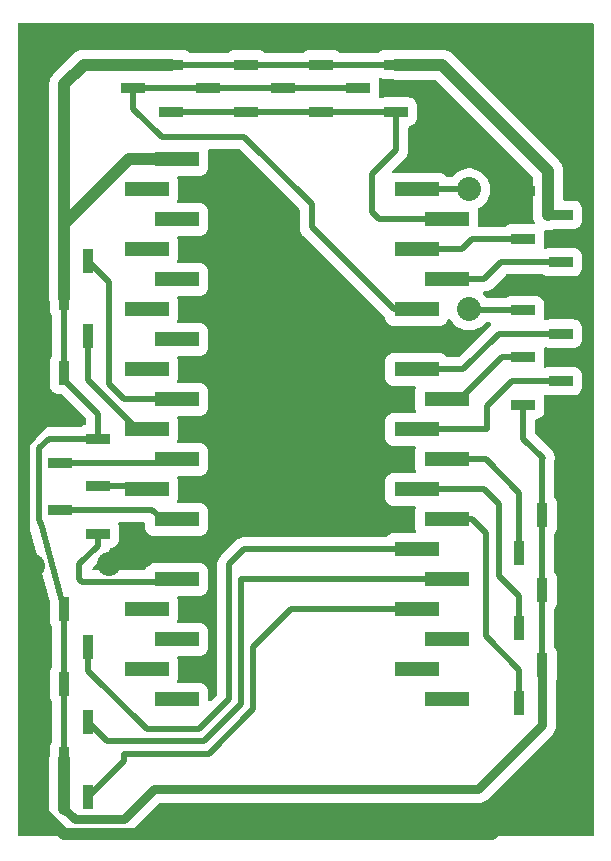
<source format=gbr>
%TF.GenerationSoftware,KiCad,Pcbnew,9.0.5*%
%TF.CreationDate,2025-12-13T17:10:17-05:00*%
%TF.ProjectId,esp32_breakout,65737033-325f-4627-9265-616b6f75742e,rev?*%
%TF.SameCoordinates,Original*%
%TF.FileFunction,Copper,L1,Top*%
%TF.FilePolarity,Positive*%
%FSLAX46Y46*%
G04 Gerber Fmt 4.6, Leading zero omitted, Abs format (unit mm)*
G04 Created by KiCad (PCBNEW 9.0.5) date 2025-12-13 17:10:17*
%MOMM*%
%LPD*%
G01*
G04 APERTURE LIST*
%TA.AperFunction,SMDPad,CuDef*%
%ADD10R,0.900000X2.000000*%
%TD*%
%TA.AperFunction,SMDPad,CuDef*%
%ADD11R,3.810000X1.270000*%
%TD*%
%TA.AperFunction,SMDPad,CuDef*%
%ADD12R,2.000000X0.900000*%
%TD*%
%TA.AperFunction,ViaPad*%
%ADD13C,2.032000*%
%TD*%
%TA.AperFunction,ViaPad*%
%ADD14C,1.524000*%
%TD*%
%TA.AperFunction,Conductor*%
%ADD15C,0.762000*%
%TD*%
%TA.AperFunction,Conductor*%
%ADD16C,1.016000*%
%TD*%
%TA.AperFunction,Conductor*%
%ADD17C,0.508000*%
%TD*%
%TA.AperFunction,Conductor*%
%ADD18C,0.889000*%
%TD*%
G04 APERTURE END LIST*
D10*
%TO.P,A4,1,Pin_1*%
%TO.N,ADC4*%
X6445000Y-66040000D03*
%TO.P,A4,2,Pin_2*%
%TO.N,3V3*%
X4445000Y-62840000D03*
%TO.P,A4,3,Pin_3*%
%TO.N,GND*%
X2445000Y-66040000D03*
%TD*%
%TO.P,A3,1,Pin_1*%
%TO.N,ADC3*%
X6445000Y-59690000D03*
%TO.P,A3,2,Pin_2*%
%TO.N,3V3*%
X4445000Y-56490000D03*
%TO.P,A3,3,Pin_3*%
%TO.N,GND*%
X2445000Y-59690000D03*
%TD*%
%TO.P,A2,1,Pin_1*%
%TO.N,ADC2*%
X6445000Y-53340000D03*
%TO.P,A2,2,Pin_2*%
%TO.N,3V3*%
X4445000Y-50140000D03*
%TO.P,A2,3,Pin_3*%
%TO.N,GND*%
X2445000Y-53340000D03*
%TD*%
D11*
%TO.P,U1,J2-1,3V3*%
%TO.N,3V3*%
X13970000Y-12065000D03*
%TO.P,U1,J2-2,EN*%
%TO.N,unconnected-(U1-EN-PadJ2-2)*%
X11430000Y-14605000D03*
%TO.P,U1,J2-3,SENSOR_VP*%
%TO.N,unconnected-(U1-SENSOR_VP-PadJ2-3)*%
X13970000Y-17145000D03*
%TO.P,U1,J2-4,SENSOR_VN*%
%TO.N,unconnected-(U1-SENSOR_VN-PadJ2-4)*%
X11430000Y-19685000D03*
%TO.P,U1,J2-5,IO34*%
%TO.N,unconnected-(U1-IO34-PadJ2-5)*%
X13970000Y-22225000D03*
%TO.P,U1,J2-6,IO35*%
%TO.N,unconnected-(U1-IO35-PadJ2-6)*%
X11430000Y-24765000D03*
%TO.P,U1,J2-7,IO32*%
%TO.N,unconnected-(U1-IO32-PadJ2-7)*%
X13970000Y-27305000D03*
%TO.P,U1,J2-8,IO33*%
%TO.N,unconnected-(U1-IO33-PadJ2-8)*%
X11430000Y-29845000D03*
%TO.P,U1,J2-9,IO25*%
%TO.N,DAC1*%
X13970000Y-32385000D03*
%TO.P,U1,J2-10,IO26*%
%TO.N,DAC2*%
X11430000Y-34925000D03*
%TO.P,U1,J2-11,IO27*%
%TO.N,SPI2_CS*%
X13970000Y-37465000D03*
%TO.P,U1,J2-12,IO14*%
%TO.N,SPI2_SCK*%
X11430000Y-40005000D03*
%TO.P,U1,J2-13,IO12*%
%TO.N,SPI2_MISO*%
X13970000Y-42545000D03*
%TO.P,U1,J2-14,GND1*%
%TO.N,GND*%
X11430000Y-45085000D03*
%TO.P,U1,J2-15,IO13*%
%TO.N,SPI2_MOSI*%
X13970000Y-47625000D03*
%TO.P,U1,J2-16,SD2*%
%TO.N,unconnected-(U1-SD2-PadJ2-16)*%
X11430000Y-50165000D03*
%TO.P,U1,J2-17,SD3*%
%TO.N,unconnected-(U1-SD3-PadJ2-17)*%
X13970000Y-52705000D03*
%TO.P,U1,J2-18,CMD*%
%TO.N,unconnected-(U1-CMD-PadJ2-18)*%
X11430000Y-55245000D03*
%TO.P,U1,J2-19,EXT_5V*%
%TO.N,5V*%
X13970000Y-57785000D03*
%TO.P,U1,J3-1,GND3*%
%TO.N,GND*%
X36830000Y-12065000D03*
%TO.P,U1,J3-2,IO23*%
%TO.N,SPI_MOSI*%
X34290000Y-14605000D03*
%TO.P,U1,J3-3,IO22*%
%TO.N,I2C_SCL*%
X36830000Y-17145000D03*
%TO.P,U1,J3-4,TXD0*%
%TO.N,U0_RX*%
X34290000Y-19685000D03*
%TO.P,U1,J3-5,RXD0*%
%TO.N,U0_TX*%
X36830000Y-22225000D03*
%TO.P,U1,J3-6,IO21*%
%TO.N,I2C_SDA*%
X34290000Y-24765000D03*
%TO.P,U1,J3-7,GND2*%
%TO.N,GND*%
X36830000Y-27305000D03*
%TO.P,U1,J3-8,IO19*%
%TO.N,SPI_MISO*%
X34290000Y-29845000D03*
%TO.P,U1,J3-9,IO18*%
%TO.N,SPI_SCK*%
X36830000Y-32385000D03*
%TO.P,U1,J3-10,IO5*%
%TO.N,SPI_CS*%
X34290000Y-34925000D03*
%TO.P,U1,J3-11,IO17*%
%TO.N,SIG1*%
X36830000Y-37465000D03*
%TO.P,U1,J3-12,IO16*%
%TO.N,SIG2*%
X34290000Y-40005000D03*
%TO.P,U1,J3-13,IO4*%
%TO.N,ADC1*%
X36830000Y-42545000D03*
%TO.P,U1,J3-14,IO0*%
%TO.N,ADC2*%
X34290000Y-45085000D03*
%TO.P,U1,J3-15,IO2*%
%TO.N,ADC3*%
X36830000Y-47625000D03*
%TO.P,U1,J3-16,IO15*%
%TO.N,ADC4*%
X34290000Y-50165000D03*
%TO.P,U1,J3-17,SD1*%
%TO.N,unconnected-(U1-SD1-PadJ3-17)*%
X36830000Y-52705000D03*
%TO.P,U1,J3-18,SD0*%
%TO.N,unconnected-(U1-SD0-PadJ3-18)*%
X34290000Y-55245000D03*
%TO.P,U1,J3-19,CLK*%
%TO.N,unconnected-(U1-CLK-PadJ3-19)*%
X36830000Y-57785000D03*
%TD*%
D12*
%TO.P,J16,1,Pin_1*%
%TO.N,SPI2_MOSI*%
X7315000Y-43735000D03*
%TO.P,J16,2,Pin_2*%
%TO.N,SPI2_MISO*%
X4115000Y-41735000D03*
%TO.P,J16,3,Pin_3*%
%TO.N,SPI2_SCK*%
X7315000Y-39735000D03*
%TO.P,J16,4,Pin_4*%
%TO.N,SPI2_CS*%
X4115000Y-37735000D03*
%TO.P,J16,5,Pin_5*%
%TO.N,3V3*%
X7315000Y-35735000D03*
%TO.P,J16,6,Pin_6*%
%TO.N,GND*%
X4115000Y-33735000D03*
%TD*%
D10*
%TO.P,J15,1,Pin_1*%
%TO.N,DAC2*%
X6445000Y-26975000D03*
%TO.P,J15,2,Pin_2*%
%TO.N,3V3*%
X4445000Y-30175000D03*
%TO.P,J15,3,Pin_3*%
%TO.N,GND*%
X2445000Y-26975000D03*
%TD*%
%TO.P,J14,1,Pin_1*%
%TO.N,DAC1*%
X6445000Y-20625000D03*
%TO.P,J14,2,Pin_2*%
%TO.N,3V3*%
X4445000Y-23825000D03*
%TO.P,J14,3,Pin_3*%
%TO.N,GND*%
X2445000Y-20625000D03*
%TD*%
D12*
%TO.P,J12,1,Pin_1*%
%TO.N,SPI_MOSI*%
X43334520Y-24823617D03*
%TO.P,J12,2,Pin_2*%
%TO.N,SPI_MISO*%
X46534520Y-26823617D03*
%TO.P,J12,3,Pin_3*%
%TO.N,SPI_SCK*%
X43334520Y-28823617D03*
%TO.P,J12,4,Pin_4*%
%TO.N,SPI_CS*%
X46534520Y-30823617D03*
%TO.P,J12,5,Pin_5*%
%TO.N,3V3*%
X43334520Y-32823617D03*
%TO.P,J12,6,Pin_6*%
%TO.N,GND*%
X46534520Y-34823617D03*
%TD*%
%TO.P,J10,1,Pin_1*%
%TO.N,U0_TX*%
X46534520Y-20758617D03*
%TO.P,J10,2,Pin_2*%
%TO.N,U0_RX*%
X43334520Y-18758617D03*
%TO.P,J10,3,Pin_3*%
%TO.N,3V3*%
X46534520Y-16758617D03*
%TO.P,J10,4,Pin_4*%
%TO.N,GND*%
X43334520Y-14758617D03*
%TD*%
%TO.P,I2C3,4,Pin_4*%
%TO.N,GND*%
X10315000Y-2030000D03*
%TO.P,I2C3,3,Pin_3*%
%TO.N,3V3*%
X13515000Y-4030000D03*
%TO.P,I2C3,2,Pin_2*%
%TO.N,I2C_SDA*%
X10315000Y-6030000D03*
%TO.P,I2C3,1,Pin_1*%
%TO.N,I2C_SCL*%
X13515000Y-8030000D03*
%TD*%
%TO.P,I2C4,4,Pin_4*%
%TO.N,GND*%
X16665000Y-2030000D03*
%TO.P,I2C4,3,Pin_3*%
%TO.N,3V3*%
X19865000Y-4030000D03*
%TO.P,I2C4,2,Pin_2*%
%TO.N,I2C_SDA*%
X16665000Y-6030000D03*
%TO.P,I2C4,1,Pin_1*%
%TO.N,I2C_SCL*%
X19865000Y-8030000D03*
%TD*%
%TO.P,I2C2,4,Pin_4*%
%TO.N,GND*%
X23015000Y-2030000D03*
%TO.P,I2C2,3,Pin_3*%
%TO.N,3V3*%
X26215000Y-4030000D03*
%TO.P,I2C2,2,Pin_2*%
%TO.N,I2C_SDA*%
X23015000Y-6030000D03*
%TO.P,I2C2,1,Pin_1*%
%TO.N,I2C_SCL*%
X26215000Y-8030000D03*
%TD*%
%TO.P,I2C1,4,Pin_4*%
%TO.N,GND*%
X29365000Y-2030000D03*
%TO.P,I2C1,3,Pin_3*%
%TO.N,3V3*%
X32565000Y-4030000D03*
%TO.P,I2C1,2,Pin_2*%
%TO.N,I2C_SDA*%
X29365000Y-6030000D03*
%TO.P,I2C1,1,Pin_1*%
%TO.N,I2C_SCL*%
X32565000Y-8030000D03*
%TD*%
D10*
%TO.P,A1,1,Pin_1*%
%TO.N,ADC1*%
X42934520Y-58093617D03*
%TO.P,A1,2,Pin_2*%
%TO.N,3V3*%
X44934520Y-54893617D03*
%TO.P,A1,3,Pin_3*%
%TO.N,GND*%
X46934520Y-58093617D03*
%TD*%
%TO.P,X2,1,Pin_1*%
%TO.N,SIG2*%
X42934520Y-51743617D03*
%TO.P,X2,2,Pin_2*%
%TO.N,3V3*%
X44934520Y-48543617D03*
%TO.P,X2,3,Pin_3*%
%TO.N,GND*%
X46934520Y-51743617D03*
%TD*%
%TO.P,X1,1,Pin_1*%
%TO.N,SIG1*%
X42934520Y-45393617D03*
%TO.P,X1,2,Pin_2*%
%TO.N,3V3*%
X44934520Y-42193617D03*
%TO.P,X1,3,Pin_3*%
%TO.N,GND*%
X46934520Y-45393617D03*
%TD*%
D13*
%TO.N,GND*%
X8255000Y-46355000D03*
X1778000Y-46482000D03*
D14*
X35560000Y-8890000D03*
X35560000Y-1905000D03*
D13*
%TO.N,SPI_MOSI*%
X38735000Y-24765000D03*
X38735000Y-14605000D03*
%TD*%
D15*
%TO.N,3V3*%
X39497000Y-65405000D02*
X37501000Y-65405000D01*
X44934520Y-59967480D02*
X39497000Y-65405000D01*
X44934520Y-54893617D02*
X44934520Y-59967480D01*
D16*
%TO.N,GND*%
X46934520Y-62920480D02*
X45815000Y-64040000D01*
X46934520Y-58093617D02*
X46934520Y-62920480D01*
D17*
X46934520Y-51743617D02*
X46934520Y-58093617D01*
X46934520Y-45393617D02*
X46934520Y-51743617D01*
D16*
X46934520Y-40568480D02*
X46934520Y-45393617D01*
X46990000Y-40513000D02*
X46934520Y-40568480D01*
D17*
X46534520Y-40057520D02*
X46990000Y-40513000D01*
D16*
X46534520Y-34823617D02*
X46534520Y-40057520D01*
D17*
%TO.N,3V3*%
X44934520Y-48543617D02*
X44934520Y-54893617D01*
X44934520Y-42193617D02*
X44934520Y-48543617D01*
%TO.N,ADC1*%
X38989000Y-42545000D02*
X35560000Y-42545000D01*
X40132000Y-52451000D02*
X40132000Y-43688000D01*
X42934520Y-55253520D02*
X40132000Y-52451000D01*
X40132000Y-43688000D02*
X38989000Y-42545000D01*
X42934520Y-58093617D02*
X42934520Y-55253520D01*
%TO.N,SIG2*%
X42934520Y-49030520D02*
X42934520Y-51743617D01*
X41275000Y-47371000D02*
X42934520Y-49030520D01*
X40005000Y-40005000D02*
X41275000Y-41275000D01*
X35560000Y-40005000D02*
X40005000Y-40005000D01*
X41275000Y-41275000D02*
X41275000Y-47371000D01*
%TO.N,SIG1*%
X42934520Y-40267520D02*
X42934520Y-45393617D01*
X40132000Y-37465000D02*
X42934520Y-40267520D01*
X35560000Y-37465000D02*
X40132000Y-37465000D01*
%TO.N,3V3*%
X44934520Y-37361480D02*
X44934520Y-42193617D01*
X44958000Y-37338000D02*
X44934520Y-37361480D01*
X43334520Y-35714520D02*
X44958000Y-37338000D01*
X43334520Y-32823617D02*
X43334520Y-35714520D01*
%TO.N,SPI_CS*%
X40259000Y-34925000D02*
X35560000Y-34925000D01*
X40259000Y-32923137D02*
X40259000Y-34925000D01*
X42358520Y-30823617D02*
X40259000Y-32923137D01*
X46534520Y-30823617D02*
X42358520Y-30823617D01*
%TO.N,SPI_SCK*%
X41534383Y-28823617D02*
X43334520Y-28823617D01*
X37973000Y-32385000D02*
X41534383Y-28823617D01*
X35560000Y-32385000D02*
X37973000Y-32385000D01*
%TO.N,SPI_MISO*%
X35560000Y-29845000D02*
X38239000Y-29845000D01*
%TO.N,SPI_MOSI*%
X35560000Y-14605000D02*
X38735000Y-14605000D01*
X40085000Y-24845000D02*
X42215000Y-24845000D01*
X38735000Y-24765000D02*
X40085000Y-24845000D01*
D18*
%TO.N,GND*%
X17145000Y-45085000D02*
X12700000Y-45085000D01*
X30480000Y-27305000D02*
X17145000Y-45085000D01*
X35560000Y-27305000D02*
X30480000Y-27305000D01*
D16*
%TO.N,3V3*%
X4445000Y-5715000D02*
X4445000Y-17524000D01*
X13515000Y-4030000D02*
X6130000Y-4030000D01*
X6130000Y-4030000D02*
X4445000Y-5715000D01*
%TO.N,GND*%
X2445000Y-3905000D02*
X2445000Y-20625000D01*
X4320000Y-2030000D02*
X2445000Y-3905000D01*
X10315000Y-2030000D02*
X4320000Y-2030000D01*
X40640000Y-69215000D02*
X45815000Y-64040000D01*
X4445000Y-69215000D02*
X40640000Y-69215000D01*
X2445000Y-67215000D02*
X4445000Y-69215000D01*
D17*
X2445000Y-66040000D02*
X2445000Y-67215000D01*
X2445000Y-48990000D02*
X2445000Y-53340000D01*
X2540000Y-48895000D02*
X2445000Y-48990000D01*
X1270000Y-47625000D02*
X2540000Y-48895000D01*
X1270000Y-46355000D02*
X1270000Y-47625000D01*
X1270000Y-36165745D02*
X1270000Y-46355000D01*
%TO.N,3V3*%
X2540000Y-43180000D02*
X4445000Y-50140000D01*
X2352000Y-42545000D02*
X2540000Y-43180000D01*
X2352000Y-36522000D02*
X2352000Y-42545000D01*
X3139000Y-35735000D02*
X2352000Y-36522000D01*
X7315000Y-35735000D02*
X3139000Y-35735000D01*
%TO.N,SPI2_MOSI*%
X12445000Y-47880000D02*
X12700000Y-47625000D01*
X5970000Y-47880000D02*
X12445000Y-47880000D01*
X5715000Y-47625000D02*
X5970000Y-47880000D01*
X5715000Y-46355000D02*
X5715000Y-47625000D01*
X7315000Y-43735000D02*
X7315000Y-44755000D01*
X7315000Y-44755000D02*
X5715000Y-46355000D01*
%TO.N,GND*%
X11430000Y-46355000D02*
X12700000Y-45085000D01*
X8255000Y-46355000D02*
X11430000Y-46355000D01*
X35560000Y-8890000D02*
X35560000Y-12065000D01*
X35435000Y-2030000D02*
X35560000Y-1905000D01*
X29365000Y-2030000D02*
X35435000Y-2030000D01*
D15*
%TO.N,3V3*%
X12065000Y-65405000D02*
X37501000Y-65405000D01*
X9525000Y-67945000D02*
X12065000Y-65405000D01*
X5374000Y-67945000D02*
X9525000Y-67945000D01*
X4445000Y-67016000D02*
X5374000Y-67945000D01*
D16*
X4445000Y-62840000D02*
X4445000Y-67016000D01*
D17*
%TO.N,ADC4*%
X9525000Y-62359000D02*
X16717512Y-62358999D01*
X20449000Y-58627510D02*
X20449000Y-53340000D01*
X16717512Y-62358999D02*
X20449000Y-58627510D01*
X9525000Y-62960000D02*
X9525000Y-62359000D01*
X23624000Y-50165000D02*
X35560000Y-50165000D01*
X6445000Y-66040000D02*
X9525000Y-62960000D01*
X20449000Y-53340000D02*
X23624000Y-50165000D01*
%TO.N,ADC3*%
X19432000Y-47625000D02*
X35560000Y-47625000D01*
X19432000Y-58206255D02*
X19432000Y-47625000D01*
X16296256Y-61342000D02*
X19432000Y-58206255D01*
X8097000Y-61342000D02*
X16296256Y-61342000D01*
X6445000Y-59690000D02*
X8097000Y-61342000D01*
%TO.N,ADC2*%
X18415000Y-57785000D02*
X18415000Y-46355000D01*
X11430000Y-60325000D02*
X15875000Y-60325000D01*
X6445000Y-55340000D02*
X11430000Y-60325000D01*
X18415000Y-46355000D02*
X19685000Y-45085000D01*
X6445000Y-53340000D02*
X6445000Y-55340000D01*
X15875000Y-60325000D02*
X18415000Y-57785000D01*
X19685000Y-45085000D02*
X35560000Y-45085000D01*
%TO.N,SPI_MISO*%
X45415000Y-26845000D02*
X41239000Y-26845000D01*
X41239000Y-26845000D02*
X38239000Y-29845000D01*
%TO.N,GND*%
X2445000Y-59690000D02*
X2445000Y-66040000D01*
X2445000Y-53340000D02*
X2445000Y-59690000D01*
X3700745Y-33735000D02*
X1270000Y-36165745D01*
X4115000Y-33735000D02*
X3700745Y-33735000D01*
%TO.N,3V3*%
X4445000Y-56490000D02*
X4445000Y-62840000D01*
X4445000Y-50140000D02*
X4445000Y-56490000D01*
%TO.N,SPI2_MISO*%
X11890000Y-41735000D02*
X12700000Y-42545000D01*
X4115000Y-41735000D02*
X11890000Y-41735000D01*
%TO.N,SPI2_SCK*%
X12430000Y-39735000D02*
X12700000Y-40005000D01*
X7315000Y-39735000D02*
X12430000Y-39735000D01*
%TO.N,SPI2_CS*%
X12430000Y-37735000D02*
X12700000Y-37465000D01*
X4115000Y-37735000D02*
X12430000Y-37735000D01*
%TO.N,3V3*%
X4445000Y-30725000D02*
X7315000Y-33595000D01*
X7315000Y-33595000D02*
X7315000Y-35735000D01*
X4445000Y-30175000D02*
X4445000Y-30725000D01*
X4445000Y-23825000D02*
X4445000Y-30175000D01*
%TO.N,DAC2*%
X10626744Y-34925000D02*
X12700000Y-34925000D01*
X6445000Y-30743256D02*
X10626744Y-34925000D01*
X6445000Y-26975000D02*
X6445000Y-30743256D01*
%TO.N,DAC1*%
X9525000Y-32385000D02*
X12700000Y-32385000D01*
X8255000Y-22435000D02*
X8255000Y-31115000D01*
X8255000Y-31115000D02*
X9525000Y-32385000D01*
X6445000Y-20625000D02*
X8255000Y-22435000D01*
%TO.N,GND*%
X2445000Y-32065000D02*
X4115000Y-33735000D01*
X2445000Y-26975000D02*
X2445000Y-32065000D01*
X2445000Y-20625000D02*
X2445000Y-26975000D01*
D16*
%TO.N,3V3*%
X4445000Y-17524000D02*
X4445000Y-23825000D01*
X12700000Y-12065000D02*
X9904000Y-12065000D01*
X9904000Y-12065000D02*
X4445000Y-17524000D01*
D17*
%TO.N,I2C_SDA*%
X19685000Y-10160000D02*
X12700000Y-10160000D01*
X10315000Y-7775000D02*
X10315000Y-6030000D01*
X25400000Y-15875000D02*
X19685000Y-10160000D01*
X25400000Y-17780000D02*
X25400000Y-15875000D01*
X12700000Y-10160000D02*
X10315000Y-7775000D01*
X32385000Y-24765000D02*
X25400000Y-17780000D01*
X35560000Y-24765000D02*
X32385000Y-24765000D01*
%TO.N,I2C_SCL*%
X30480000Y-13335000D02*
X32565000Y-11250000D01*
X30480000Y-16510000D02*
X30480000Y-13335000D01*
X32565000Y-11250000D02*
X32565000Y-8030000D01*
X35560000Y-17145000D02*
X31115000Y-17145000D01*
X31115000Y-17145000D02*
X30480000Y-16510000D01*
D15*
%TO.N,GND*%
X42215000Y-13822000D02*
X42215000Y-14780000D01*
X40458000Y-12065000D02*
X42215000Y-13822000D01*
X35560000Y-12065000D02*
X40458000Y-12065000D01*
D16*
%TO.N,3V3*%
X36415000Y-4030000D02*
X45415000Y-13030000D01*
X32565000Y-4030000D02*
X36415000Y-4030000D01*
X45415000Y-13030000D02*
X45415000Y-16780000D01*
D17*
%TO.N,I2C_SCL*%
X19865000Y-8030000D02*
X13515000Y-8030000D01*
X26215000Y-8030000D02*
X19865000Y-8030000D01*
X32565000Y-8030000D02*
X26215000Y-8030000D01*
%TO.N,I2C_SDA*%
X16665000Y-6030000D02*
X10315000Y-6030000D01*
X23015000Y-6030000D02*
X16665000Y-6030000D01*
X29365000Y-6030000D02*
X23015000Y-6030000D01*
%TO.N,3V3*%
X19865000Y-4030000D02*
X13515000Y-4030000D01*
X26215000Y-4030000D02*
X19865000Y-4030000D01*
X32565000Y-4030000D02*
X26215000Y-4030000D01*
%TO.N,GND*%
X29365000Y-2030000D02*
X23015000Y-2030000D01*
X23015000Y-2030000D02*
X16665000Y-2030000D01*
X10315000Y-2030000D02*
X16665000Y-2030000D01*
%TO.N,U0_TX*%
X40005000Y-22225000D02*
X35560000Y-22225000D01*
X41450000Y-20780000D02*
X40005000Y-22225000D01*
X45415000Y-20780000D02*
X41450000Y-20780000D01*
%TO.N,U0_RX*%
X39005000Y-18780000D02*
X38100000Y-19685000D01*
X42215000Y-18780000D02*
X39005000Y-18780000D01*
X38100000Y-19685000D02*
X35560000Y-19685000D01*
%TD*%
%TA.AperFunction,Conductor*%
%TO.N,GND*%
G36*
X19279629Y-11196185D02*
G01*
X19300271Y-11212819D01*
X24347181Y-16259729D01*
X24380666Y-16321052D01*
X24383500Y-16347410D01*
X24383500Y-17679884D01*
X24383500Y-17880116D01*
X24383500Y-17880118D01*
X24383499Y-17880118D01*
X24422562Y-18076496D01*
X24422564Y-18076502D01*
X24499189Y-18261491D01*
X24610434Y-18427983D01*
X24610435Y-18427984D01*
X31590082Y-25407630D01*
X31623567Y-25468953D01*
X31625759Y-25482709D01*
X31633169Y-25555241D01*
X31689235Y-25724437D01*
X31689237Y-25724442D01*
X31708210Y-25755202D01*
X31782811Y-25876149D01*
X31908851Y-26002189D01*
X32060560Y-26095764D01*
X32229759Y-26151831D01*
X32334189Y-26162500D01*
X36245810Y-26162499D01*
X36350241Y-26151831D01*
X36519440Y-26095764D01*
X36671149Y-26002189D01*
X36797189Y-25876149D01*
X36890764Y-25724440D01*
X36929477Y-25607609D01*
X36969248Y-25550167D01*
X37033764Y-25523343D01*
X37102540Y-25535658D01*
X37153740Y-25583200D01*
X37154569Y-25584615D01*
X37253057Y-25755201D01*
X37394982Y-25940161D01*
X37394988Y-25940168D01*
X37559831Y-26105011D01*
X37559838Y-26105017D01*
X37744798Y-26246942D01*
X37946698Y-26363509D01*
X37946708Y-26363514D01*
X38162083Y-26452725D01*
X38162093Y-26452729D01*
X38387287Y-26513069D01*
X38618431Y-26543500D01*
X38618438Y-26543500D01*
X38851562Y-26543500D01*
X38851569Y-26543500D01*
X39082713Y-26513069D01*
X39307907Y-26452729D01*
X39523298Y-26363511D01*
X39725202Y-26246942D01*
X39910163Y-26105016D01*
X40075016Y-25940163D01*
X40098149Y-25910014D01*
X40154576Y-25868811D01*
X40196526Y-25861500D01*
X40485589Y-25861500D01*
X40552628Y-25881185D01*
X40598383Y-25933989D01*
X40608327Y-26003147D01*
X40579302Y-26066703D01*
X40573270Y-26073181D01*
X37854271Y-28792181D01*
X37792948Y-28825666D01*
X37766590Y-28828500D01*
X36924776Y-28828500D01*
X36857737Y-28808815D01*
X36819238Y-28769597D01*
X36797191Y-28733854D01*
X36797188Y-28733850D01*
X36671150Y-28607812D01*
X36671149Y-28607811D01*
X36519440Y-28514236D01*
X36448498Y-28490728D01*
X36350242Y-28458169D01*
X36350235Y-28458168D01*
X36245812Y-28447500D01*
X32334196Y-28447500D01*
X32334180Y-28447501D01*
X32229757Y-28458169D01*
X32060562Y-28514235D01*
X32060557Y-28514237D01*
X31908849Y-28607812D01*
X31782812Y-28733849D01*
X31689237Y-28885557D01*
X31689235Y-28885562D01*
X31633169Y-29054757D01*
X31633168Y-29054764D01*
X31622500Y-29159181D01*
X31622500Y-30530803D01*
X31622501Y-30530819D01*
X31633168Y-30635235D01*
X31633169Y-30635241D01*
X31689236Y-30804440D01*
X31782811Y-30956149D01*
X31908851Y-31082189D01*
X32060560Y-31175764D01*
X32229759Y-31231831D01*
X32334189Y-31242500D01*
X34119974Y-31242499D01*
X34187013Y-31262184D01*
X34232768Y-31314987D01*
X34242712Y-31384146D01*
X34230444Y-31418151D01*
X34232290Y-31419012D01*
X34229235Y-31425562D01*
X34173169Y-31594757D01*
X34173168Y-31594764D01*
X34162500Y-31699181D01*
X34162500Y-33070803D01*
X34162501Y-33070819D01*
X34173169Y-33175242D01*
X34229235Y-33344437D01*
X34232290Y-33350988D01*
X34229439Y-33352316D01*
X34243937Y-33406491D01*
X34222641Y-33473036D01*
X34168749Y-33517504D01*
X34119973Y-33527500D01*
X32334196Y-33527500D01*
X32334180Y-33527501D01*
X32229757Y-33538169D01*
X32060562Y-33594235D01*
X32060557Y-33594237D01*
X31908849Y-33687812D01*
X31782812Y-33813849D01*
X31689237Y-33965557D01*
X31689235Y-33965562D01*
X31633169Y-34134757D01*
X31633168Y-34134764D01*
X31622500Y-34239181D01*
X31622500Y-35610803D01*
X31622501Y-35610819D01*
X31633169Y-35715242D01*
X31689235Y-35884437D01*
X31689237Y-35884442D01*
X31714780Y-35925853D01*
X31782811Y-36036149D01*
X31908851Y-36162189D01*
X32060560Y-36255764D01*
X32229759Y-36311831D01*
X32334189Y-36322500D01*
X34119974Y-36322499D01*
X34187013Y-36342184D01*
X34232768Y-36394987D01*
X34242712Y-36464146D01*
X34230444Y-36498151D01*
X34232290Y-36499012D01*
X34229235Y-36505562D01*
X34173169Y-36674757D01*
X34173168Y-36674764D01*
X34162500Y-36779181D01*
X34162500Y-38150803D01*
X34162501Y-38150819D01*
X34173169Y-38255242D01*
X34229235Y-38424437D01*
X34232290Y-38430988D01*
X34229439Y-38432316D01*
X34243937Y-38486491D01*
X34222641Y-38553036D01*
X34168749Y-38597504D01*
X34119973Y-38607500D01*
X32334196Y-38607500D01*
X32334180Y-38607501D01*
X32229757Y-38618169D01*
X32060562Y-38674235D01*
X32060557Y-38674237D01*
X31908849Y-38767812D01*
X31782812Y-38893849D01*
X31689237Y-39045557D01*
X31689235Y-39045562D01*
X31633169Y-39214757D01*
X31633168Y-39214764D01*
X31622500Y-39319181D01*
X31622500Y-40690803D01*
X31622501Y-40690819D01*
X31633169Y-40795242D01*
X31689235Y-40964437D01*
X31689236Y-40964440D01*
X31782811Y-41116149D01*
X31908851Y-41242189D01*
X32060560Y-41335764D01*
X32229759Y-41391831D01*
X32334189Y-41402500D01*
X34119974Y-41402499D01*
X34187013Y-41422184D01*
X34232768Y-41474987D01*
X34242712Y-41544146D01*
X34230444Y-41578151D01*
X34232290Y-41579012D01*
X34229235Y-41585562D01*
X34173169Y-41754757D01*
X34173168Y-41754764D01*
X34162500Y-41859181D01*
X34162500Y-43230803D01*
X34162501Y-43230819D01*
X34173169Y-43335242D01*
X34229235Y-43504437D01*
X34232290Y-43510988D01*
X34229439Y-43512316D01*
X34243937Y-43566491D01*
X34222641Y-43633036D01*
X34168749Y-43677504D01*
X34119973Y-43687500D01*
X32334196Y-43687500D01*
X32334180Y-43687501D01*
X32229757Y-43698169D01*
X32060562Y-43754235D01*
X32060557Y-43754237D01*
X31908849Y-43847812D01*
X31782811Y-43973850D01*
X31782808Y-43973854D01*
X31760762Y-44009597D01*
X31708814Y-44056322D01*
X31655224Y-44068500D01*
X19584881Y-44068500D01*
X19388503Y-44107562D01*
X19388497Y-44107564D01*
X19203508Y-44184189D01*
X19037016Y-44295434D01*
X19037015Y-44295435D01*
X17929471Y-45402981D01*
X17767019Y-45565433D01*
X17696226Y-45636226D01*
X17625433Y-45707018D01*
X17514189Y-45873508D01*
X17437564Y-46058497D01*
X17437562Y-46058503D01*
X17398500Y-46254881D01*
X17398500Y-57312589D01*
X17378815Y-57379628D01*
X17362181Y-57400270D01*
X16849180Y-57913271D01*
X16787857Y-57946756D01*
X16718165Y-57941772D01*
X16662232Y-57899900D01*
X16637815Y-57834436D01*
X16637499Y-57825590D01*
X16637499Y-57099196D01*
X16637498Y-57099181D01*
X16631738Y-57042798D01*
X16626831Y-56994759D01*
X16570764Y-56825560D01*
X16477189Y-56673851D01*
X16351149Y-56547811D01*
X16199440Y-56454236D01*
X16199437Y-56454235D01*
X16030242Y-56398169D01*
X16030235Y-56398168D01*
X15925818Y-56387500D01*
X15925811Y-56387500D01*
X14140026Y-56387500D01*
X14072987Y-56367815D01*
X14027232Y-56315011D01*
X14017288Y-56245853D01*
X14029621Y-56211879D01*
X14027710Y-56210988D01*
X14030758Y-56204449D01*
X14030764Y-56204440D01*
X14086831Y-56035241D01*
X14097500Y-55930811D01*
X14097499Y-54559190D01*
X14086831Y-54454759D01*
X14030764Y-54285560D01*
X14030760Y-54285553D01*
X14027710Y-54279012D01*
X14030609Y-54277660D01*
X14016055Y-54223826D01*
X14037180Y-54157227D01*
X14090958Y-54112621D01*
X14140026Y-54102499D01*
X15925804Y-54102499D01*
X15925810Y-54102499D01*
X16030241Y-54091831D01*
X16199440Y-54035764D01*
X16351149Y-53942189D01*
X16477189Y-53816149D01*
X16570764Y-53664440D01*
X16626831Y-53495241D01*
X16637500Y-53390811D01*
X16637499Y-52019190D01*
X16626831Y-51914759D01*
X16570764Y-51745560D01*
X16477189Y-51593851D01*
X16351149Y-51467811D01*
X16199440Y-51374236D01*
X16107681Y-51343830D01*
X16030242Y-51318169D01*
X16030235Y-51318168D01*
X15925818Y-51307500D01*
X15925811Y-51307500D01*
X14140026Y-51307500D01*
X14072987Y-51287815D01*
X14027232Y-51235011D01*
X14017288Y-51165853D01*
X14029621Y-51131879D01*
X14027710Y-51130988D01*
X14030758Y-51124449D01*
X14030764Y-51124440D01*
X14086831Y-50955241D01*
X14097500Y-50850811D01*
X14097499Y-49479190D01*
X14086831Y-49374759D01*
X14030764Y-49205560D01*
X14030760Y-49205553D01*
X14027710Y-49199012D01*
X14030609Y-49197660D01*
X14016055Y-49143826D01*
X14037180Y-49077227D01*
X14090958Y-49032621D01*
X14140026Y-49022499D01*
X15925804Y-49022499D01*
X15925810Y-49022499D01*
X16030241Y-49011831D01*
X16199440Y-48955764D01*
X16351149Y-48862189D01*
X16477189Y-48736149D01*
X16570764Y-48584440D01*
X16626831Y-48415241D01*
X16637500Y-48310811D01*
X16637499Y-46939190D01*
X16626831Y-46834759D01*
X16570764Y-46665560D01*
X16477189Y-46513851D01*
X16351149Y-46387811D01*
X16199440Y-46294236D01*
X16107681Y-46263830D01*
X16030242Y-46238169D01*
X16030235Y-46238168D01*
X15925812Y-46227500D01*
X12014196Y-46227500D01*
X12014180Y-46227501D01*
X11909757Y-46238169D01*
X11740562Y-46294235D01*
X11740557Y-46294237D01*
X11588849Y-46387812D01*
X11462812Y-46513849D01*
X11369237Y-46665557D01*
X11369235Y-46665562D01*
X11331810Y-46778504D01*
X11292037Y-46835949D01*
X11227521Y-46862772D01*
X11214104Y-46863500D01*
X6943410Y-46863500D01*
X6876371Y-46843815D01*
X6830616Y-46791011D01*
X6820672Y-46721853D01*
X6849697Y-46658297D01*
X6855729Y-46651819D01*
X8104565Y-45402983D01*
X8104567Y-45402981D01*
X8215810Y-45236493D01*
X8292436Y-45051502D01*
X8294156Y-45042853D01*
X8326538Y-44980942D01*
X8387252Y-44946365D01*
X8403169Y-44943682D01*
X8470241Y-44936831D01*
X8639440Y-44880764D01*
X8791149Y-44787189D01*
X8917189Y-44661149D01*
X9010764Y-44509440D01*
X9066831Y-44340241D01*
X9077500Y-44235811D01*
X9077499Y-43234190D01*
X9066831Y-43129759D01*
X9010764Y-42960560D01*
X9010760Y-42960554D01*
X9010759Y-42960551D01*
X8998451Y-42940597D01*
X8980010Y-42873205D01*
X9000932Y-42806541D01*
X9054574Y-42761772D01*
X9103989Y-42751500D01*
X11178501Y-42751500D01*
X11245540Y-42771185D01*
X11291295Y-42823989D01*
X11302501Y-42875500D01*
X11302501Y-43230818D01*
X11313169Y-43335242D01*
X11353595Y-43457238D01*
X11369236Y-43504440D01*
X11462811Y-43656149D01*
X11588851Y-43782189D01*
X11740560Y-43875764D01*
X11909759Y-43931831D01*
X12014189Y-43942500D01*
X15925810Y-43942499D01*
X16030241Y-43931831D01*
X16199440Y-43875764D01*
X16351149Y-43782189D01*
X16477189Y-43656149D01*
X16570764Y-43504440D01*
X16626831Y-43335241D01*
X16637500Y-43230811D01*
X16637499Y-41859190D01*
X16626831Y-41754759D01*
X16570764Y-41585560D01*
X16477189Y-41433851D01*
X16351149Y-41307811D01*
X16199440Y-41214236D01*
X16199437Y-41214235D01*
X16030242Y-41158169D01*
X16030235Y-41158168D01*
X15925818Y-41147500D01*
X15925811Y-41147500D01*
X14140026Y-41147500D01*
X14072987Y-41127815D01*
X14027232Y-41075011D01*
X14017288Y-41005853D01*
X14029621Y-40971879D01*
X14027710Y-40970988D01*
X14030758Y-40964449D01*
X14030764Y-40964440D01*
X14086831Y-40795241D01*
X14097500Y-40690811D01*
X14097499Y-39319190D01*
X14086831Y-39214759D01*
X14030764Y-39045560D01*
X14030760Y-39045553D01*
X14027710Y-39039012D01*
X14030609Y-39037660D01*
X14016055Y-38983826D01*
X14037180Y-38917227D01*
X14090958Y-38872621D01*
X14140026Y-38862499D01*
X15925804Y-38862499D01*
X15925810Y-38862499D01*
X16030241Y-38851831D01*
X16199440Y-38795764D01*
X16351149Y-38702189D01*
X16477189Y-38576149D01*
X16570764Y-38424440D01*
X16626831Y-38255241D01*
X16637500Y-38150811D01*
X16637499Y-36779190D01*
X16626831Y-36674759D01*
X16570764Y-36505560D01*
X16477189Y-36353851D01*
X16351149Y-36227811D01*
X16199440Y-36134236D01*
X16199437Y-36134235D01*
X16030242Y-36078169D01*
X16030235Y-36078168D01*
X15925818Y-36067500D01*
X15925811Y-36067500D01*
X14140026Y-36067500D01*
X14072987Y-36047815D01*
X14027232Y-35995011D01*
X14017288Y-35925853D01*
X14029621Y-35891879D01*
X14027710Y-35890988D01*
X14030758Y-35884449D01*
X14030764Y-35884440D01*
X14086831Y-35715241D01*
X14097500Y-35610811D01*
X14097499Y-34239190D01*
X14086831Y-34134759D01*
X14030764Y-33965560D01*
X14030760Y-33965553D01*
X14027710Y-33959012D01*
X14030609Y-33957660D01*
X14016055Y-33903826D01*
X14037180Y-33837227D01*
X14090958Y-33792621D01*
X14140026Y-33782499D01*
X15925804Y-33782499D01*
X15925810Y-33782499D01*
X16030241Y-33771831D01*
X16199440Y-33715764D01*
X16351149Y-33622189D01*
X16477189Y-33496149D01*
X16570764Y-33344440D01*
X16626831Y-33175241D01*
X16637500Y-33070811D01*
X16637499Y-31699190D01*
X16626831Y-31594759D01*
X16570764Y-31425560D01*
X16477189Y-31273851D01*
X16351149Y-31147811D01*
X16199440Y-31054236D01*
X16199437Y-31054235D01*
X16030242Y-30998169D01*
X16030235Y-30998168D01*
X15925818Y-30987500D01*
X15925811Y-30987500D01*
X14140026Y-30987500D01*
X14072987Y-30967815D01*
X14027232Y-30915011D01*
X14017288Y-30845853D01*
X14029621Y-30811879D01*
X14027710Y-30810988D01*
X14030758Y-30804449D01*
X14030764Y-30804440D01*
X14086831Y-30635241D01*
X14097500Y-30530811D01*
X14097499Y-29159190D01*
X14086831Y-29054759D01*
X14030764Y-28885560D01*
X14030760Y-28885553D01*
X14027710Y-28879012D01*
X14030609Y-28877660D01*
X14016055Y-28823826D01*
X14037180Y-28757227D01*
X14090958Y-28712621D01*
X14140026Y-28702499D01*
X15925804Y-28702499D01*
X15925810Y-28702499D01*
X16030241Y-28691831D01*
X16199440Y-28635764D01*
X16351149Y-28542189D01*
X16477189Y-28416149D01*
X16570764Y-28264440D01*
X16626831Y-28095241D01*
X16637500Y-27990811D01*
X16637499Y-26619190D01*
X16626831Y-26514759D01*
X16570764Y-26345560D01*
X16477189Y-26193851D01*
X16351149Y-26067811D01*
X16199440Y-25974236D01*
X16199437Y-25974235D01*
X16030242Y-25918169D01*
X16030235Y-25918168D01*
X15925818Y-25907500D01*
X15925811Y-25907500D01*
X14140026Y-25907500D01*
X14072987Y-25887815D01*
X14027232Y-25835011D01*
X14017288Y-25765853D01*
X14029621Y-25731879D01*
X14027710Y-25730988D01*
X14030758Y-25724449D01*
X14030764Y-25724440D01*
X14086831Y-25555241D01*
X14097500Y-25450811D01*
X14097499Y-24079190D01*
X14086831Y-23974759D01*
X14030764Y-23805560D01*
X14030760Y-23805553D01*
X14027710Y-23799012D01*
X14030609Y-23797660D01*
X14016055Y-23743826D01*
X14037180Y-23677227D01*
X14090958Y-23632621D01*
X14140026Y-23622499D01*
X15925804Y-23622499D01*
X15925810Y-23622499D01*
X16030241Y-23611831D01*
X16199440Y-23555764D01*
X16351149Y-23462189D01*
X16477189Y-23336149D01*
X16570764Y-23184440D01*
X16626831Y-23015241D01*
X16637500Y-22910811D01*
X16637499Y-21539190D01*
X16626831Y-21434759D01*
X16570764Y-21265560D01*
X16477189Y-21113851D01*
X16351149Y-20987811D01*
X16199440Y-20894236D01*
X16199437Y-20894235D01*
X16030242Y-20838169D01*
X16030235Y-20838168D01*
X15925818Y-20827500D01*
X15925811Y-20827500D01*
X14140026Y-20827500D01*
X14072987Y-20807815D01*
X14027232Y-20755011D01*
X14017288Y-20685853D01*
X14029621Y-20651879D01*
X14027710Y-20650988D01*
X14030758Y-20644449D01*
X14030764Y-20644440D01*
X14086831Y-20475241D01*
X14097500Y-20370811D01*
X14097499Y-18999190D01*
X14086831Y-18894759D01*
X14030764Y-18725560D01*
X14030760Y-18725553D01*
X14027710Y-18719012D01*
X14030609Y-18717660D01*
X14016055Y-18663826D01*
X14037180Y-18597227D01*
X14090958Y-18552621D01*
X14140026Y-18542499D01*
X15925804Y-18542499D01*
X15925810Y-18542499D01*
X16030241Y-18531831D01*
X16199440Y-18475764D01*
X16351149Y-18382189D01*
X16477189Y-18256149D01*
X16570764Y-18104440D01*
X16626831Y-17935241D01*
X16637500Y-17830811D01*
X16637499Y-16459190D01*
X16626831Y-16354759D01*
X16570764Y-16185560D01*
X16477189Y-16033851D01*
X16351149Y-15907811D01*
X16228999Y-15832468D01*
X16199442Y-15814237D01*
X16199437Y-15814235D01*
X16030242Y-15758169D01*
X16030235Y-15758168D01*
X15925818Y-15747500D01*
X15925811Y-15747500D01*
X14140026Y-15747500D01*
X14072987Y-15727815D01*
X14027232Y-15675011D01*
X14017288Y-15605853D01*
X14029621Y-15571879D01*
X14027710Y-15570988D01*
X14030758Y-15564449D01*
X14030764Y-15564440D01*
X14086831Y-15395241D01*
X14097500Y-15290811D01*
X14097499Y-13919190D01*
X14086831Y-13814759D01*
X14030764Y-13645560D01*
X14030760Y-13645553D01*
X14027710Y-13639012D01*
X14030609Y-13637660D01*
X14016055Y-13583826D01*
X14037180Y-13517227D01*
X14090958Y-13472621D01*
X14140026Y-13462499D01*
X15925804Y-13462499D01*
X15925810Y-13462499D01*
X16030241Y-13451831D01*
X16199440Y-13395764D01*
X16351149Y-13302189D01*
X16477189Y-13176149D01*
X16570764Y-13024440D01*
X16626831Y-12855241D01*
X16637500Y-12750811D01*
X16637499Y-11379190D01*
X16637498Y-11379178D01*
X16630748Y-11313101D01*
X16643518Y-11244409D01*
X16691399Y-11193524D01*
X16754106Y-11176500D01*
X19212590Y-11176500D01*
X19279629Y-11196185D01*
G37*
%TD.AperFunction*%
%TA.AperFunction,Conductor*%
G36*
X31243253Y-5176656D02*
G01*
X31409759Y-5231831D01*
X31514189Y-5242500D01*
X32165624Y-5242499D01*
X32203942Y-5248568D01*
X32225462Y-5255560D01*
X32267490Y-5269216D01*
X32465009Y-5300500D01*
X35837380Y-5300500D01*
X35904419Y-5320185D01*
X35925061Y-5336819D01*
X44108181Y-13519939D01*
X44141666Y-13581262D01*
X44144500Y-13607620D01*
X44144500Y-16879990D01*
X44175784Y-17077511D01*
X44237579Y-17267700D01*
X44287575Y-17365822D01*
X44300471Y-17434491D01*
X44274195Y-17499232D01*
X44217088Y-17539489D01*
X44177090Y-17546117D01*
X42283716Y-17546117D01*
X42283700Y-17546118D01*
X42179277Y-17556786D01*
X42010082Y-17612852D01*
X42010077Y-17612854D01*
X41858369Y-17706429D01*
X41837618Y-17727181D01*
X41776295Y-17760666D01*
X41749937Y-17763500D01*
X39621500Y-17763500D01*
X39554461Y-17743815D01*
X39508706Y-17691011D01*
X39497500Y-17639500D01*
X39497499Y-16459196D01*
X39497498Y-16459180D01*
X39492462Y-16409884D01*
X39486831Y-16354759D01*
X39482389Y-16341356D01*
X39479988Y-16271529D01*
X39515720Y-16211488D01*
X39538093Y-16194968D01*
X39725202Y-16086942D01*
X39910163Y-15945016D01*
X40075016Y-15780163D01*
X40216942Y-15595202D01*
X40333511Y-15393298D01*
X40422729Y-15177907D01*
X40483069Y-14952713D01*
X40513500Y-14721569D01*
X40513500Y-14488431D01*
X40483069Y-14257287D01*
X40422729Y-14032093D01*
X40422725Y-14032083D01*
X40333514Y-13816708D01*
X40333509Y-13816698D01*
X40216942Y-13614798D01*
X40075017Y-13429838D01*
X40075011Y-13429831D01*
X39910168Y-13264988D01*
X39910161Y-13264982D01*
X39725201Y-13123057D01*
X39523301Y-13006490D01*
X39523291Y-13006485D01*
X39307916Y-12917274D01*
X39307909Y-12917272D01*
X39307907Y-12917271D01*
X39082713Y-12856931D01*
X39044083Y-12851845D01*
X38851576Y-12826500D01*
X38851569Y-12826500D01*
X38618431Y-12826500D01*
X38618423Y-12826500D01*
X38400169Y-12855235D01*
X38387287Y-12856931D01*
X38162093Y-12917271D01*
X38162083Y-12917274D01*
X37946708Y-13006485D01*
X37946698Y-13006490D01*
X37744798Y-13123057D01*
X37559838Y-13264982D01*
X37559831Y-13264988D01*
X37394988Y-13429831D01*
X37394982Y-13429838D01*
X37310463Y-13539986D01*
X37254035Y-13581189D01*
X37212087Y-13588500D01*
X36924776Y-13588500D01*
X36857737Y-13568815D01*
X36819238Y-13529597D01*
X36797191Y-13493854D01*
X36797188Y-13493850D01*
X36671150Y-13367812D01*
X36671149Y-13367811D01*
X36519440Y-13274236D01*
X36519437Y-13274235D01*
X36350242Y-13218169D01*
X36350235Y-13218168D01*
X36245818Y-13207500D01*
X32344409Y-13207500D01*
X32277370Y-13187815D01*
X32231615Y-13135011D01*
X32221671Y-13065853D01*
X32250696Y-13002297D01*
X32256708Y-12995839D01*
X33354567Y-11897982D01*
X33465810Y-11731493D01*
X33542436Y-11546502D01*
X33575717Y-11379190D01*
X33581500Y-11350119D01*
X33581500Y-9357982D01*
X33601185Y-9290943D01*
X33653989Y-9245188D01*
X33692898Y-9234624D01*
X33720241Y-9231831D01*
X33889440Y-9175764D01*
X34041149Y-9082189D01*
X34167189Y-8956149D01*
X34260764Y-8804440D01*
X34316831Y-8635241D01*
X34327500Y-8530811D01*
X34327499Y-7529190D01*
X34316831Y-7424759D01*
X34260764Y-7255560D01*
X34167189Y-7103851D01*
X34041149Y-6977811D01*
X33889440Y-6884236D01*
X33786159Y-6850012D01*
X33720242Y-6828169D01*
X33720235Y-6828168D01*
X33615812Y-6817500D01*
X31514196Y-6817500D01*
X31514180Y-6817501D01*
X31409757Y-6828169D01*
X31243256Y-6883342D01*
X31173427Y-6885744D01*
X31113386Y-6850012D01*
X31082193Y-6787491D01*
X31086545Y-6726636D01*
X31116831Y-6635241D01*
X31127500Y-6530811D01*
X31127499Y-5529190D01*
X31116831Y-5424759D01*
X31086545Y-5333364D01*
X31086088Y-5320068D01*
X31080980Y-5307781D01*
X31084910Y-5285829D01*
X31084144Y-5263540D01*
X31090949Y-5252103D01*
X31093295Y-5239005D01*
X31108469Y-5222663D01*
X31119875Y-5203497D01*
X31131784Y-5197555D01*
X31140838Y-5187805D01*
X31162436Y-5182261D01*
X31182395Y-5172304D01*
X31197129Y-5173357D01*
X31208514Y-5170436D01*
X31243253Y-5176656D01*
G37*
%TD.AperFunction*%
%TA.AperFunction,Conductor*%
G36*
X49226539Y-520185D02*
G01*
X49272294Y-572989D01*
X49283500Y-624500D01*
X49283500Y-69225500D01*
X49263815Y-69292539D01*
X49211011Y-69338294D01*
X49159500Y-69349500D01*
X624500Y-69349500D01*
X557461Y-69329815D01*
X511706Y-69277011D01*
X500500Y-69225500D01*
X500500Y-42538174D01*
X1330604Y-42538174D01*
X1334981Y-42585869D01*
X1335500Y-42597199D01*
X1335500Y-42645116D01*
X1335500Y-42645117D01*
X1335499Y-42645117D01*
X1343355Y-42684613D01*
X1344625Y-42691001D01*
X1348899Y-42737570D01*
X1364109Y-42788948D01*
X1365218Y-42794519D01*
X1365218Y-42794520D01*
X1374562Y-42841496D01*
X1374564Y-42841504D01*
X1389969Y-42878694D01*
X1394307Y-42890944D01*
X1561966Y-43457238D01*
X1562668Y-43459704D01*
X3228101Y-49544434D01*
X3232500Y-49577170D01*
X3232500Y-51190803D01*
X3232501Y-51190819D01*
X3243169Y-51295242D01*
X3299235Y-51464437D01*
X3299237Y-51464442D01*
X3392812Y-51616151D01*
X3397289Y-51621812D01*
X3396121Y-51622735D01*
X3425666Y-51676842D01*
X3428500Y-51703200D01*
X3428500Y-54926800D01*
X3408815Y-54993839D01*
X3397266Y-55008170D01*
X3397289Y-55008188D01*
X3392812Y-55013848D01*
X3299237Y-55165557D01*
X3299235Y-55165562D01*
X3243169Y-55334757D01*
X3243168Y-55334764D01*
X3232500Y-55439181D01*
X3232500Y-57540803D01*
X3232501Y-57540819D01*
X3243169Y-57645242D01*
X3299235Y-57814437D01*
X3299237Y-57814442D01*
X3392812Y-57966151D01*
X3397289Y-57971812D01*
X3396121Y-57972735D01*
X3425666Y-58026842D01*
X3428500Y-58053200D01*
X3428500Y-61276800D01*
X3408815Y-61343839D01*
X3397266Y-61358170D01*
X3397289Y-61358188D01*
X3392812Y-61363848D01*
X3299237Y-61515557D01*
X3299235Y-61515562D01*
X3243169Y-61684757D01*
X3243168Y-61684764D01*
X3232500Y-61789181D01*
X3232500Y-62440626D01*
X3226431Y-62478944D01*
X3205784Y-62542488D01*
X3174500Y-62740009D01*
X3174500Y-67115990D01*
X3205784Y-67313511D01*
X3267579Y-67503700D01*
X3267581Y-67503703D01*
X3358371Y-67681887D01*
X3475917Y-67843675D01*
X3617325Y-67985083D01*
X3779113Y-68102629D01*
X3957297Y-68193419D01*
X4000039Y-68207306D01*
X4049403Y-68237557D01*
X4501787Y-68689940D01*
X4629060Y-68817213D01*
X4774675Y-68923009D01*
X4853333Y-68963087D01*
X4935047Y-69004723D01*
X4935050Y-69004724D01*
X5020639Y-69032533D01*
X5106230Y-69060343D01*
X5284004Y-69088500D01*
X5284005Y-69088500D01*
X9615001Y-69088500D01*
X9713759Y-69072857D01*
X9792770Y-69060344D01*
X9921971Y-69018363D01*
X9963952Y-69004723D01*
X10124325Y-68923009D01*
X10124326Y-68923008D01*
X10269941Y-68817213D01*
X12502334Y-66584818D01*
X12563657Y-66551334D01*
X12590015Y-66548500D01*
X39587001Y-66548500D01*
X39685759Y-66532857D01*
X39764770Y-66520344D01*
X39893971Y-66478363D01*
X39935952Y-66464723D01*
X40096325Y-66383009D01*
X40241941Y-66277213D01*
X45806733Y-60712420D01*
X45872789Y-60621502D01*
X45912529Y-60566805D01*
X45992037Y-60410761D01*
X45993942Y-60407358D01*
X45994243Y-60406432D01*
X45994244Y-60406431D01*
X46049864Y-60235250D01*
X46069096Y-60113819D01*
X46078020Y-60057479D01*
X46078020Y-56244899D01*
X46084314Y-56205895D01*
X46136351Y-56048858D01*
X46147020Y-55944428D01*
X46147019Y-53842807D01*
X46136351Y-53738376D01*
X46080284Y-53569177D01*
X45986709Y-53417468D01*
X45986708Y-53417467D01*
X45986707Y-53417465D01*
X45982231Y-53411805D01*
X45983398Y-53410881D01*
X45953854Y-53356775D01*
X45951020Y-53330417D01*
X45951020Y-50106817D01*
X45970705Y-50039778D01*
X45982253Y-50025446D01*
X45982231Y-50025429D01*
X45986707Y-50019768D01*
X45986709Y-50019766D01*
X46080284Y-49868057D01*
X46136351Y-49698858D01*
X46147020Y-49594428D01*
X46147019Y-47492807D01*
X46136351Y-47388376D01*
X46080284Y-47219177D01*
X45986709Y-47067468D01*
X45986708Y-47067467D01*
X45986707Y-47067465D01*
X45982231Y-47061805D01*
X45983398Y-47060881D01*
X45953854Y-47006775D01*
X45951020Y-46980417D01*
X45951020Y-43756817D01*
X45970705Y-43689778D01*
X45982253Y-43675446D01*
X45982231Y-43675429D01*
X45986707Y-43669768D01*
X45986709Y-43669766D01*
X46080284Y-43518057D01*
X46136351Y-43348858D01*
X46147020Y-43244428D01*
X46147019Y-41142807D01*
X46136351Y-41038376D01*
X46080284Y-40869177D01*
X45986709Y-40717468D01*
X45986708Y-40717467D01*
X45986707Y-40717465D01*
X45982231Y-40711805D01*
X45983398Y-40710881D01*
X45953854Y-40656775D01*
X45951020Y-40630417D01*
X45951020Y-37568368D01*
X45953403Y-37544176D01*
X45974500Y-37438118D01*
X45974500Y-37237880D01*
X45935437Y-37041503D01*
X45935436Y-37041502D01*
X45935436Y-37041498D01*
X45858810Y-36856507D01*
X45747567Y-36690018D01*
X45747565Y-36690016D01*
X45747563Y-36690013D01*
X45602886Y-36545336D01*
X45602855Y-36545307D01*
X44387339Y-35329791D01*
X44353854Y-35268468D01*
X44351020Y-35242110D01*
X44351020Y-34151599D01*
X44370705Y-34084560D01*
X44423509Y-34038805D01*
X44462418Y-34028241D01*
X44489761Y-34025448D01*
X44658960Y-33969381D01*
X44810669Y-33875806D01*
X44936709Y-33749766D01*
X45030284Y-33598057D01*
X45086351Y-33428858D01*
X45097020Y-33324428D01*
X45097019Y-32322807D01*
X45086351Y-32218376D01*
X45056065Y-32126981D01*
X45053664Y-32057157D01*
X45089395Y-31997114D01*
X45151915Y-31965921D01*
X45212774Y-31970273D01*
X45379279Y-32025448D01*
X45483709Y-32036117D01*
X47585330Y-32036116D01*
X47689761Y-32025448D01*
X47858960Y-31969381D01*
X48010669Y-31875806D01*
X48136709Y-31749766D01*
X48230284Y-31598057D01*
X48286351Y-31428858D01*
X48297020Y-31324428D01*
X48297019Y-30322807D01*
X48286351Y-30218376D01*
X48230284Y-30049177D01*
X48136709Y-29897468D01*
X48010669Y-29771428D01*
X47858960Y-29677853D01*
X47755679Y-29643629D01*
X47689762Y-29621786D01*
X47689755Y-29621785D01*
X47585332Y-29611117D01*
X45483716Y-29611117D01*
X45483700Y-29611118D01*
X45379277Y-29621786D01*
X45212776Y-29676959D01*
X45142947Y-29679361D01*
X45082906Y-29643629D01*
X45051713Y-29581108D01*
X45056065Y-29520253D01*
X45086351Y-29428858D01*
X45097020Y-29324428D01*
X45097019Y-28322807D01*
X45086351Y-28218376D01*
X45056065Y-28126981D01*
X45053664Y-28057157D01*
X45089395Y-27997114D01*
X45151915Y-27965921D01*
X45212774Y-27970273D01*
X45379279Y-28025448D01*
X45483709Y-28036117D01*
X47585330Y-28036116D01*
X47689761Y-28025448D01*
X47858960Y-27969381D01*
X48010669Y-27875806D01*
X48136709Y-27749766D01*
X48230284Y-27598057D01*
X48286351Y-27428858D01*
X48297020Y-27324428D01*
X48297019Y-26322807D01*
X48286351Y-26218376D01*
X48230284Y-26049177D01*
X48136709Y-25897468D01*
X48010669Y-25771428D01*
X47858960Y-25677853D01*
X47755679Y-25643629D01*
X47689762Y-25621786D01*
X47689755Y-25621785D01*
X47585332Y-25611117D01*
X45483716Y-25611117D01*
X45483700Y-25611118D01*
X45379277Y-25621786D01*
X45212776Y-25676959D01*
X45142947Y-25679361D01*
X45082906Y-25643629D01*
X45051713Y-25581108D01*
X45056065Y-25520253D01*
X45086351Y-25428858D01*
X45097020Y-25324428D01*
X45097019Y-24322807D01*
X45086351Y-24218376D01*
X45030284Y-24049177D01*
X44936709Y-23897468D01*
X44810669Y-23771428D01*
X44658960Y-23677853D01*
X44586527Y-23653851D01*
X44489762Y-23621786D01*
X44489755Y-23621785D01*
X44385332Y-23611117D01*
X42283716Y-23611117D01*
X42283700Y-23611118D01*
X42179277Y-23621786D01*
X42010082Y-23677852D01*
X42010077Y-23677854D01*
X41858369Y-23771429D01*
X41837618Y-23792181D01*
X41776295Y-23825666D01*
X41749937Y-23828500D01*
X40319104Y-23828500D01*
X40252065Y-23808815D01*
X40220142Y-23777458D01*
X40219413Y-23778018D01*
X40075017Y-23589838D01*
X40075011Y-23589831D01*
X39938361Y-23453181D01*
X39904876Y-23391858D01*
X39909860Y-23322166D01*
X39951732Y-23266233D01*
X40017196Y-23241816D01*
X40026042Y-23241500D01*
X40105118Y-23241500D01*
X40237238Y-23215218D01*
X40301502Y-23202436D01*
X40486493Y-23125810D01*
X40652981Y-23014567D01*
X41834729Y-21832819D01*
X41896052Y-21799334D01*
X41922410Y-21796500D01*
X45000011Y-21796500D01*
X45065106Y-21814960D01*
X45210080Y-21904381D01*
X45379279Y-21960448D01*
X45483709Y-21971117D01*
X47585330Y-21971116D01*
X47689761Y-21960448D01*
X47858960Y-21904381D01*
X48010669Y-21810806D01*
X48136709Y-21684766D01*
X48230284Y-21533057D01*
X48286351Y-21363858D01*
X48297020Y-21259428D01*
X48297019Y-20257807D01*
X48286351Y-20153376D01*
X48230284Y-19984177D01*
X48136709Y-19832468D01*
X48010669Y-19706428D01*
X47858960Y-19612853D01*
X47755679Y-19578629D01*
X47689762Y-19556786D01*
X47689755Y-19556785D01*
X47585332Y-19546117D01*
X45483716Y-19546117D01*
X45483700Y-19546118D01*
X45379277Y-19556786D01*
X45212776Y-19611959D01*
X45142947Y-19614361D01*
X45082906Y-19578629D01*
X45051713Y-19516108D01*
X45056065Y-19455253D01*
X45086351Y-19363858D01*
X45097020Y-19259428D01*
X45097019Y-18257807D01*
X45088281Y-18172272D01*
X45101050Y-18103583D01*
X45148931Y-18052698D01*
X45216720Y-18035777D01*
X45231035Y-18037199D01*
X45315009Y-18050500D01*
X45315010Y-18050500D01*
X45514990Y-18050500D01*
X45514991Y-18050500D01*
X45712510Y-18019216D01*
X45841867Y-17977185D01*
X45880185Y-17971116D01*
X47585324Y-17971116D01*
X47585330Y-17971116D01*
X47689761Y-17960448D01*
X47858960Y-17904381D01*
X48010669Y-17810806D01*
X48136709Y-17684766D01*
X48230284Y-17533057D01*
X48286351Y-17363858D01*
X48297020Y-17259428D01*
X48297019Y-16257807D01*
X48286351Y-16153376D01*
X48230284Y-15984177D01*
X48136709Y-15832468D01*
X48010669Y-15706428D01*
X47858960Y-15612853D01*
X47858957Y-15612852D01*
X47689762Y-15556786D01*
X47689755Y-15556785D01*
X47585338Y-15546117D01*
X47585331Y-15546117D01*
X46809500Y-15546117D01*
X46742461Y-15526432D01*
X46696706Y-15473628D01*
X46685500Y-15422117D01*
X46685500Y-12930009D01*
X46683482Y-12917271D01*
X46654216Y-12732490D01*
X46623317Y-12637393D01*
X46592420Y-12542299D01*
X46501628Y-12364112D01*
X46384083Y-12202325D01*
X46242675Y-12060917D01*
X37242675Y-3060917D01*
X37080887Y-2943371D01*
X36902700Y-2852579D01*
X36712511Y-2790784D01*
X36613750Y-2775142D01*
X36514991Y-2759500D01*
X32465009Y-2759500D01*
X32433726Y-2764454D01*
X32267491Y-2790783D01*
X32203938Y-2811432D01*
X32165622Y-2817500D01*
X31514196Y-2817500D01*
X31514180Y-2817501D01*
X31409757Y-2828169D01*
X31240562Y-2884235D01*
X31240557Y-2884237D01*
X31088848Y-2977812D01*
X31083188Y-2982289D01*
X31082264Y-2981121D01*
X31028158Y-3010666D01*
X31001800Y-3013500D01*
X27778200Y-3013500D01*
X27711161Y-2993815D01*
X27696829Y-2982266D01*
X27696812Y-2982289D01*
X27691151Y-2977812D01*
X27539442Y-2884237D01*
X27539437Y-2884235D01*
X27370242Y-2828169D01*
X27370235Y-2828168D01*
X27265812Y-2817500D01*
X25164196Y-2817500D01*
X25164180Y-2817501D01*
X25059757Y-2828169D01*
X24890562Y-2884235D01*
X24890557Y-2884237D01*
X24738848Y-2977812D01*
X24733188Y-2982289D01*
X24732264Y-2981121D01*
X24678158Y-3010666D01*
X24651800Y-3013500D01*
X21428200Y-3013500D01*
X21361161Y-2993815D01*
X21346829Y-2982266D01*
X21346812Y-2982289D01*
X21341151Y-2977812D01*
X21189442Y-2884237D01*
X21189437Y-2884235D01*
X21020242Y-2828169D01*
X21020235Y-2828168D01*
X20915812Y-2817500D01*
X18814196Y-2817500D01*
X18814180Y-2817501D01*
X18709757Y-2828169D01*
X18540562Y-2884235D01*
X18540557Y-2884237D01*
X18388848Y-2977812D01*
X18383188Y-2982289D01*
X18382264Y-2981121D01*
X18328158Y-3010666D01*
X18301800Y-3013500D01*
X15078200Y-3013500D01*
X15011161Y-2993815D01*
X14996829Y-2982266D01*
X14996812Y-2982289D01*
X14991151Y-2977812D01*
X14839442Y-2884237D01*
X14839437Y-2884235D01*
X14670242Y-2828169D01*
X14670235Y-2828168D01*
X14565818Y-2817500D01*
X14565811Y-2817500D01*
X13914374Y-2817500D01*
X13876056Y-2811431D01*
X13812511Y-2790784D01*
X13713750Y-2775142D01*
X13614991Y-2759500D01*
X6030009Y-2759500D01*
X5964169Y-2769928D01*
X5832488Y-2790784D01*
X5750263Y-2817501D01*
X5750262Y-2817501D01*
X5642301Y-2852578D01*
X5464109Y-2943373D01*
X5302330Y-3060910D01*
X5302326Y-3060914D01*
X3617325Y-4745917D01*
X3475919Y-4887322D01*
X3475919Y-4887323D01*
X3475917Y-4887325D01*
X3425435Y-4956806D01*
X3358371Y-5049112D01*
X3267579Y-5227299D01*
X3205784Y-5417488D01*
X3188092Y-5529190D01*
X3174500Y-5615009D01*
X3174500Y-17424009D01*
X3174500Y-23924991D01*
X3205784Y-24122510D01*
X3226430Y-24186055D01*
X3226431Y-24186056D01*
X3232500Y-24224374D01*
X3232500Y-24875803D01*
X3232501Y-24875819D01*
X3243169Y-24980242D01*
X3299235Y-25149437D01*
X3299237Y-25149442D01*
X3392812Y-25301151D01*
X3397289Y-25306812D01*
X3396121Y-25307735D01*
X3425666Y-25361842D01*
X3428500Y-25388200D01*
X3428500Y-28611800D01*
X3408815Y-28678839D01*
X3397266Y-28693170D01*
X3397289Y-28693188D01*
X3392812Y-28698848D01*
X3299237Y-28850557D01*
X3299235Y-28850562D01*
X3243169Y-29019757D01*
X3243168Y-29019764D01*
X3232500Y-29124181D01*
X3232500Y-31225803D01*
X3232501Y-31225819D01*
X3243169Y-31330242D01*
X3274755Y-31425562D01*
X3299236Y-31499440D01*
X3392811Y-31651149D01*
X3518851Y-31777189D01*
X3670560Y-31870764D01*
X3839759Y-31926831D01*
X3944189Y-31937500D01*
X4168588Y-31937499D01*
X4235628Y-31957183D01*
X4256270Y-31973818D01*
X6262181Y-33979729D01*
X6295666Y-34041052D01*
X6298500Y-34067410D01*
X6298500Y-34407017D01*
X6278815Y-34474056D01*
X6226011Y-34519811D01*
X6187104Y-34530375D01*
X6159757Y-34533169D01*
X5990562Y-34589235D01*
X5990557Y-34589237D01*
X5838848Y-34682812D01*
X5833188Y-34687289D01*
X5832264Y-34686121D01*
X5778158Y-34715666D01*
X5751800Y-34718500D01*
X3038882Y-34718500D01*
X2842503Y-34757562D01*
X2842497Y-34757564D01*
X2657508Y-34834189D01*
X2491016Y-34945434D01*
X2491015Y-34945435D01*
X1863471Y-35572981D01*
X1704019Y-35732433D01*
X1633226Y-35803226D01*
X1562433Y-35874018D01*
X1451189Y-36040508D01*
X1374564Y-36225497D01*
X1374562Y-36225503D01*
X1335500Y-36421881D01*
X1335500Y-42485154D01*
X1334819Y-42498133D01*
X1330604Y-42538174D01*
X500500Y-42538174D01*
X500500Y-624500D01*
X520185Y-557461D01*
X572989Y-511706D01*
X624500Y-500500D01*
X49159500Y-500500D01*
X49226539Y-520185D01*
G37*
%TD.AperFunction*%
%TD*%
M02*

</source>
